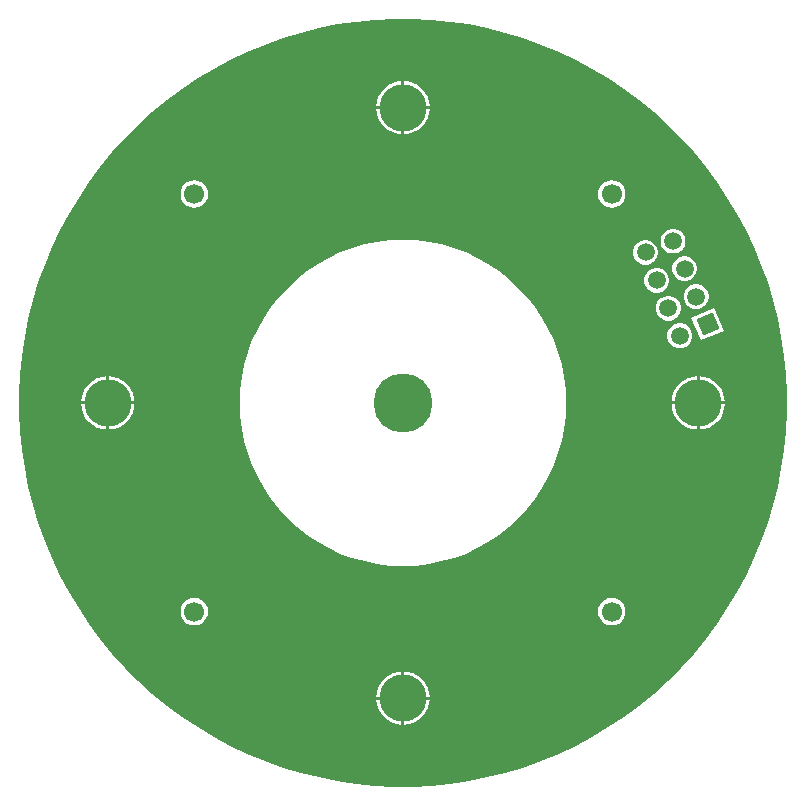
<source format=gbl>
%FSTAX23Y23*%
%MOIN*%
%SFA1B1*%

%IPPOS*%
%AMD35*
4,1,4,-0.016000,-0.038500,0.038500,-0.016000,0.016000,0.038500,-0.038500,0.016000,-0.016000,-0.038500,0.0*
%
%ADD34C,0.066930*%
G04~CAMADD=35~10~0.0~590.6~0.0~0.0~0.0~0.0~0~0.0~0.0~0.0~0.0~0~0.0~0.0~0.0~0.0~0~0.0~0.0~0.0~202.5~590.6~0.0*
%ADD35D35*%
%ADD36C,0.059060*%
%ADD37C,0.157480*%
%ADD38C,0.196850*%
%LNfront_end-1*%
%LPD*%
G36*
X03975Y04451D02*
X04037Y04445D01*
X04099Y04436*
X04161Y04423*
X04222Y04408*
X04282Y0439*
X04341Y04369*
X04399Y04345*
X04456Y04318*
X04511Y04288*
X04565Y04256*
X04617Y04221*
X04668Y04184*
X04716Y04144*
X04763Y04101*
X04807Y04057*
X0485Y04011*
X0489Y03962*
X04927Y03911*
X04962Y03859*
X04994Y03805*
X05024Y0375*
X05051Y03693*
X05075Y03635*
X05096Y03576*
X05114Y03516*
X05129Y03455*
X05142Y03393*
X05151Y03331*
X05157Y03269*
X0516Y03206*
Y03175*
Y03143*
X05157Y0308*
X05151Y03018*
X05142Y02956*
X05129Y02894*
X05114Y02833*
X05096Y02773*
X05075Y02714*
X05051Y02656*
X05024Y02599*
X04994Y02544*
X04962Y0249*
X04927Y02438*
X0489Y02387*
X0485Y02338*
X04807Y02292*
X04763Y02248*
X04716Y02205*
X04668Y02165*
X04617Y02128*
X04565Y02093*
X04511Y02061*
X04456Y02031*
X04399Y02004*
X04341Y0198*
X04282Y01959*
X04222Y01941*
X04161Y01926*
X04099Y01913*
X04037Y01904*
X03975Y01898*
X03912Y01895*
X03849*
X03786Y01898*
X03724Y01904*
X03662Y01913*
X036Y01926*
X03539Y01941*
X03479Y01959*
X0342Y0198*
X03362Y02004*
X03305Y02031*
X0325Y02061*
X03196Y02093*
X03144Y02128*
X03093Y02165*
X03044Y02205*
X02998Y02248*
X02954Y02292*
X02911Y02338*
X02871Y02387*
X02834Y02438*
X02799Y0249*
X02767Y02544*
X02737Y02599*
X0271Y02656*
X02686Y02714*
X02665Y02773*
X02647Y02833*
X02632Y02894*
X02619Y02956*
X0261Y03018*
X02604Y0308*
X02601Y03143*
Y03175*
Y03206*
X02604Y03269*
X0261Y03331*
X02619Y03393*
X02632Y03455*
X02647Y03516*
X02665Y03576*
X02686Y03635*
X0271Y03693*
X02737Y0375*
X02767Y03805*
X02799Y03859*
X02834Y03911*
X02871Y03962*
X02911Y04011*
X02954Y04057*
X02998Y04101*
X03044Y04144*
X03093Y04184*
X03144Y04221*
X03196Y04256*
X0325Y04288*
X03305Y04318*
X03362Y04345*
X0342Y04369*
X03479Y0439*
X03539Y04408*
X036Y04423*
X03662Y04436*
X03724Y04445*
X03786Y04451*
X03849Y04454*
X03912*
X03975Y04451*
G37*
%LNfront_end-2*%
%LPC*%
G36*
X03885Y04247D02*
Y04164D01*
X03969*
X03968Y04176*
X03963Y04193*
X03955Y04208*
X03944Y04222*
X0393Y04233*
X03915Y04241*
X03898Y04246*
X03885Y04247*
G37*
G36*
X03875D02*
X03863Y04246D01*
X03846Y04241*
X03831Y04233*
X03817Y04222*
X03806Y04208*
X03798Y04193*
X03793Y04176*
X03792Y04164*
X03875*
Y04247*
G37*
G36*
X03969Y04154D02*
X03885D01*
Y0407*
X03898Y04071*
X03915Y04076*
X0393Y04085*
X03944Y04096*
X03955Y04109*
X03963Y04125*
X03968Y04141*
X03969Y04154*
G37*
G36*
X03875D02*
X03792D01*
X03793Y04141*
X03798Y04125*
X03806Y04109*
X03817Y04096*
X03831Y04085*
X03846Y04076*
X03863Y04071*
X03875Y0407*
Y04154*
G37*
G36*
X04576Y03916D02*
X04565Y03915D01*
X04554Y0391*
X04544Y03903*
X04537Y03893*
X04532Y03882*
X04531Y0387*
X04532Y03859*
X04537Y03848*
X04544Y03838*
X04554Y03831*
X04565Y03826*
X04576Y03825*
X04588Y03826*
X04599Y03831*
X04609Y03838*
X04616Y03848*
X04621Y03859*
X04622Y0387*
X04621Y03882*
X04616Y03893*
X04609Y03903*
X04599Y0391*
X04588Y03915*
X04576Y03916*
G37*
G36*
X03185D02*
X03173Y03915D01*
X03162Y0391*
X03152Y03903*
X03145Y03893*
X0314Y03882*
X03139Y0387*
X0314Y03859*
X03145Y03848*
X03152Y03838*
X03162Y03831*
X03173Y03826*
X03185Y03825*
X03196Y03826*
X03207Y03831*
X03217Y03838*
X03224Y03848*
X03229Y03859*
X0323Y0387*
X03229Y03882*
X03224Y03893*
X03217Y03903*
X03207Y0391*
X03196Y03915*
X03185Y03916*
G37*
G36*
X04786Y03755D02*
X04775D01*
X04765Y03752*
X04756Y03747*
X04748Y03739*
X04742Y0373*
X0474Y03719*
Y03708*
X04742Y03698*
X04748Y03688*
X04756Y03681*
X04765Y03675*
X04775Y03673*
X04786*
X04797Y03675*
X04806Y03681*
X04814Y03688*
X04819Y03698*
X04822Y03708*
Y03719*
X04819Y0373*
X04814Y03739*
X04806Y03747*
X04797Y03752*
X04786Y03755*
G37*
G36*
X04694Y03717D02*
X04683D01*
X04673Y03714*
X04663Y03709*
X04655Y03701*
X0465Y03692*
X04647Y03681*
Y0367*
X0465Y0366*
X04655Y0365*
X04663Y03643*
X04673Y03637*
X04683Y03634*
X04694*
X04704Y03637*
X04714Y03643*
X04722Y0365*
X04727Y0366*
X0473Y0367*
Y03681*
X04727Y03692*
X04722Y03701*
X04714Y03709*
X04704Y03714*
X04694Y03717*
G37*
G36*
X04825Y03663D02*
X04814D01*
X04803Y0366*
X04794Y03655*
X04786Y03647*
X04781Y03637*
X04778Y03627*
Y03616*
X04781Y03606*
X04786Y03596*
X04794Y03588*
X04803Y03583*
X04814Y0358*
X04825*
X04835Y03583*
X04845Y03588*
X04852Y03596*
X04858Y03606*
X04861Y03616*
Y03627*
X04858Y03637*
X04852Y03647*
X04845Y03655*
X04835Y0366*
X04825Y03663*
G37*
G36*
X04732Y03625D02*
X04721D01*
X04711Y03622*
X04701Y03616*
X04694Y03609*
X04688Y03599*
X04685Y03589*
Y03578*
X04688Y03567*
X04694Y03558*
X04701Y0355*
X04711Y03545*
X04721Y03542*
X04732*
X04743Y03545*
X04752Y0355*
X0476Y03558*
X04765Y03567*
X04768Y03578*
Y03589*
X04765Y03599*
X0476Y03609*
X04752Y03616*
X04743Y03622*
X04732Y03625*
G37*
G36*
X04863Y0357D02*
X04852D01*
X04841Y03568*
X04832Y03562*
X04824Y03554*
X04819Y03545*
X04816Y03535*
Y03524*
X04819Y03513*
X04824Y03504*
X04832Y03496*
X04841Y03491*
X04852Y03488*
X04863*
X04873Y03491*
X04883Y03496*
X04891Y03504*
X04896Y03513*
X04899Y03524*
Y03535*
X04896Y03545*
X04891Y03554*
X04883Y03562*
X04873Y03568*
X04863Y0357*
G37*
G36*
X04771Y03532D02*
X0476D01*
X04749Y03529*
X0474Y03524*
X04732Y03516*
X04727Y03507*
X04724Y03496*
Y03485*
X04727Y03475*
X04732Y03465*
X0474Y03458*
X04749Y03452*
X0476Y03449*
X04771*
X04781Y03452*
X0479Y03458*
X04798Y03465*
X04804Y03475*
X04806Y03485*
Y03496*
X04804Y03507*
X04798Y03516*
X0479Y03524*
X04781Y03529*
X04771Y03532*
G37*
G36*
X04918Y03491D02*
X04842Y03459D01*
X04873Y03383*
X0495Y03414*
X04918Y03491*
G37*
G36*
X04809Y0344D02*
X04798D01*
X04787Y03437*
X04778Y03432*
X0477Y03424*
X04765Y03414*
X04762Y03404*
Y03393*
X04765Y03382*
X0477Y03373*
X04778Y03365*
X04787Y0336*
X04798Y03357*
X04809*
X04819Y0336*
X04829Y03365*
X04836Y03373*
X04842Y03382*
X04845Y03393*
Y03404*
X04842Y03414*
X04836Y03424*
X04829Y03432*
X04819Y03437*
X04809Y0344*
G37*
G36*
X0487Y03263D02*
Y0318D01*
X04953*
X04952Y03192*
X04947Y03209*
X04939Y03224*
X04928Y03238*
X04914Y03249*
X04899Y03257*
X04882Y03262*
X0487Y03263*
G37*
G36*
X02901D02*
Y0318D01*
X02985*
X02984Y03192*
X02979Y03209*
X0297Y03224*
X02959Y03238*
X02946Y03249*
X0293Y03257*
X02914Y03262*
X02901Y03263*
G37*
G36*
X02891D02*
X02879Y03262D01*
X02862Y03257*
X02847Y03249*
X02833Y03238*
X02822Y03224*
X02814Y03209*
X02809Y03192*
X02808Y0318*
X02891*
Y03263*
G37*
G36*
X0486D02*
X04847Y03262D01*
X04831Y03257*
X04815Y03249*
X04802Y03238*
X04791Y03224*
X04782Y03209*
X04777Y03192*
X04776Y0318*
X0486*
Y03263*
G37*
G36*
X04953Y0317D02*
X0487D01*
Y03086*
X04882Y03087*
X04899Y03092*
X04914Y031*
X04928Y03111*
X04939Y03125*
X04947Y0314*
X04952Y03157*
X04953Y0317*
G37*
G36*
X02985D02*
X02901D01*
Y03086*
X02914Y03087*
X0293Y03092*
X02946Y031*
X02959Y03111*
X0297Y03125*
X02979Y0314*
X02984Y03157*
X02985Y0317*
G37*
G36*
X02891D02*
X02808D01*
X02809Y03157*
X02814Y0314*
X02822Y03125*
X02833Y03111*
X02847Y031*
X02862Y03092*
X02879Y03087*
X02891Y03086*
Y0317*
G37*
G36*
X0486D02*
X04776D01*
X04777Y03157*
X04782Y0314*
X04791Y03125*
X04802Y03111*
X04815Y031*
X04831Y03092*
X04847Y03087*
X0486Y03086*
Y0317*
G37*
G36*
X0388Y03718D02*
X03838Y03717D01*
X03795Y03712*
X03754Y03703*
X03712Y03692*
X03672Y03677*
X03634Y03659*
X03596Y03638*
X03561Y03614*
X03527Y03588*
X03496Y03559*
X03467Y03528*
X03441Y03494*
X03417Y03459*
X03396Y03421*
X03378Y03383*
X03363Y03343*
X03352Y03301*
X03343Y0326*
X03338Y03217*
X03337Y03175*
X03338Y03132*
X03343Y03089*
X03352Y03048*
X03363Y03006*
X03378Y02966*
X03396Y02928*
X03417Y0289*
X03441Y02855*
X03467Y02821*
X03496Y0279*
X03527Y02761*
X03561Y02735*
X03596Y02711*
X03634Y0269*
X03672Y02672*
X03712Y02657*
X03754Y02646*
X03795Y02637*
X03838Y02632*
X0388Y02631*
X03923Y02632*
X03966Y02637*
X04007Y02646*
X04049Y02657*
X04089Y02672*
X04127Y0269*
X04165Y02711*
X042Y02735*
X04234Y02761*
X04265Y0279*
X04294Y02821*
X0432Y02855*
X04344Y0289*
X04365Y02928*
X04383Y02966*
X04398Y03006*
X04409Y03048*
X04418Y03089*
X04423Y03132*
X04424Y03175*
X04423Y03217*
X04418Y0326*
X04409Y03301*
X04398Y03343*
X04383Y03383*
X04365Y03421*
X04344Y03459*
X0432Y03494*
X04294Y03528*
X04265Y03559*
X04234Y03588*
X042Y03614*
X04165Y03638*
X04127Y03659*
X04089Y03677*
X04049Y03692*
X04007Y03703*
X03966Y03712*
X03923Y03717*
X0388Y03718*
G37*
G36*
X04576Y02524D02*
X04565Y02523D01*
X04554Y02518*
X04544Y02511*
X04537Y02501*
X04532Y0249*
X04531Y02479*
X04532Y02467*
X04537Y02456*
X04544Y02446*
X04554Y02439*
X04565Y02434*
X04576Y02433*
X04588Y02434*
X04599Y02439*
X04609Y02446*
X04616Y02456*
X04621Y02467*
X04622Y02479*
X04621Y0249*
X04616Y02501*
X04609Y02511*
X04599Y02518*
X04588Y02523*
X04576Y02524*
G37*
G36*
X03185D02*
X03173Y02523D01*
X03162Y02518*
X03152Y02511*
X03145Y02501*
X0314Y0249*
X03139Y02479*
X0314Y02467*
X03145Y02456*
X03152Y02446*
X03162Y02439*
X03173Y02434*
X03185Y02433*
X03196Y02434*
X03207Y02439*
X03217Y02446*
X03224Y02456*
X03229Y02467*
X0323Y02479*
X03229Y0249*
X03224Y02501*
X03217Y02511*
X03207Y02518*
X03196Y02523*
X03185Y02524*
G37*
G36*
X03885Y02279D02*
Y02195D01*
X03969*
X03968Y02208*
X03963Y02224*
X03955Y0224*
X03944Y02253*
X0393Y02264*
X03915Y02273*
X03898Y02278*
X03885Y02279*
G37*
G36*
X03875D02*
X03863Y02278D01*
X03846Y02273*
X03831Y02264*
X03817Y02253*
X03806Y0224*
X03798Y02224*
X03793Y02208*
X03792Y02195*
X03875*
Y02279*
G37*
G36*
X03969Y02185D02*
X03885D01*
Y02102*
X03898Y02103*
X03915Y02108*
X0393Y02116*
X03944Y02127*
X03955Y02141*
X03963Y02156*
X03968Y02173*
X03969Y02185*
G37*
G36*
X03875D02*
X03792D01*
X03793Y02173*
X03798Y02156*
X03806Y02141*
X03817Y02127*
X03831Y02116*
X03846Y02108*
X03863Y02103*
X03875Y02102*
Y02185*
G37*
%LNfront_end-3*%
%LPD*%
G54D34*
X03185Y0387D03*
X04576Y02479D03*
X03185D03*
X04576Y0387D03*
G54D35*
X04896Y03437D03*
G54D36*
X04803Y03398D03*
X04857Y03529D03*
X04765Y03491D03*
X04819Y03621D03*
X04727Y03583D03*
X04781Y03714D03*
X04689Y03676D03*
G54D37*
X02896Y03175D03*
X0388Y04159D03*
X04865Y03175D03*
X0388Y0219D03*
G54D38*
X0388Y03175D03*
M02*
</source>
